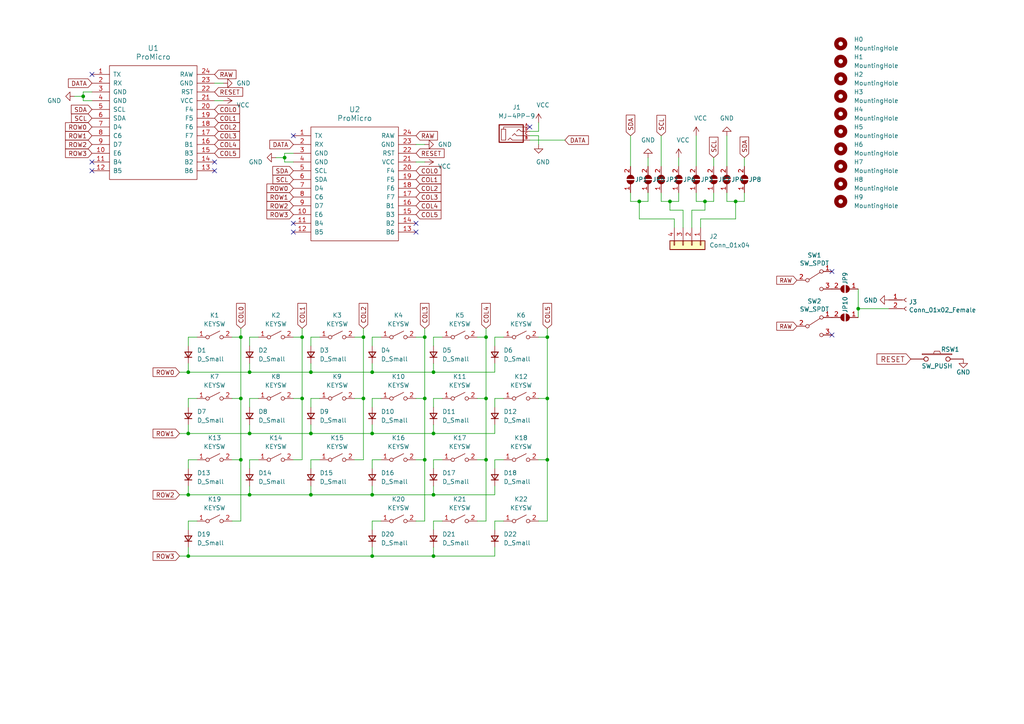
<source format=kicad_sch>
(kicad_sch (version 20211123) (generator eeschema)
  (paper "A4")
  (title_block (title "Nijuni") (date "2021-09-25") (rev "0.2"))
  (lib_symbols
    (symbol "Connector:Conn_01x02_Female" (pin_names (offset 1.016) hide)
      (property "Reference" "J" (at 0 2.54 0))
      (property "Value" "Conn_01x02_Female" (at 0 -5.08 0))
      (symbol "Conn_01x02_Female_1_1"
        (arc (start 0 -2.032) (mid -0.508 -2.54) (end 0 -3.048) (stroke (width 0.1524)))
        (polyline (pts (xy -1.27 -2.54) (xy -0.508 -2.54)) (stroke (width 0.1524)))
        (polyline (pts (xy -1.27 0) (xy -0.508 0)) (stroke (width 0.1524)))
        (arc (start 0 0.508) (mid -0.508 0) (end 0 -0.508) (stroke (width 0.1524)))
        (pin passive line (at -5.08 0 0) (length 3.81) (name "Pin_1") (number "1"))
        (pin passive line (at -5.08 -2.54 0) (length 3.81) (name "Pin_2") (number "2"))
      )
    )
    (symbol "Connector_Generic:Conn_01x04" (pin_names (offset 1.016) hide)
      (property "Reference" "J" (at 0 5.08 0))
      (property "Value" "Conn_01x04" (at 0 -7.62 0))
      (symbol "Conn_01x04_1_1"
        (rectangle (start -1.27 -4.953) (end 0 -5.207) (stroke (width 0.1524)))
        (rectangle (start -1.27 -2.413) (end 0 -2.667) (stroke (width 0.1524)))
        (rectangle (start -1.27 0.127) (end 0 -0.127) (stroke (width 0.1524)))
        (rectangle (start -1.27 2.667) (end 0 2.413) (stroke (width 0.1524)))
        (rectangle (start -1.27 3.81) (end 1.27 -6.35) (stroke (width 0.254)) (fill (type background)))
        (pin passive line (at -5.08 2.54 0) (length 3.81) (name "Pin_1") (number "1"))
        (pin passive line (at -5.08 0 0) (length 3.81) (name "Pin_2") (number "2"))
        (pin passive line (at -5.08 -2.54 0) (length 3.81) (name "Pin_3") (number "3"))
        (pin passive line (at -5.08 -5.08 0) (length 3.81) (name "Pin_4") (number "4"))
      )
    )
    (symbol "Device:D_Small" (pin_numbers hide) (pin_names (offset 0.254) hide)
      (property "Reference" "D" (at -1.27 2.032 0))
      (property "Value" "D_Small" (at -3.81 -2.032 0))
      (symbol "D_Small_0_1"
        (polyline (pts (xy -0.762 -1.016) (xy -0.762 1.016)) (stroke (width 0.254)))
        (polyline (pts (xy -0.762 0) (xy 0.762 0)))
        (polyline (pts (xy 0.762 -1.016) (xy -0.762 0) (xy 0.762 1.016) (xy 0.762 -1.016)) (stroke (width 0.254)))
      )
      (symbol "D_Small_1_1"
        (pin passive line (at -2.54 0 0) (length 1.778) (name "K") (number "1"))
        (pin passive line (at 2.54 0 180) (length 1.778) (name "A") (number "2"))
      )
    )
    (symbol "Jumper:SolderJumper_2_Open" (pin_names (offset 0) hide)
      (property "Reference" "JP" (at 0 2.032 0))
      (property "Value" "SolderJumper_2_Open" (at 0 -2.54 0))
      (symbol "SolderJumper_2_Open_0_1"
        (arc (start -0.254 1.016) (mid -1.27 0) (end -0.254 -1.016))
        (arc (start -0.254 1.016) (mid -1.27 0) (end -0.254 -1.016) (fill (type outline)))
        (polyline (pts (xy -0.254 1.016) (xy -0.254 -1.016)))
        (polyline (pts (xy 0.254 1.016) (xy 0.254 -1.016)))
        (arc (start 0.254 -1.016) (mid 1.27 0) (end 0.254 1.016))
        (arc (start 0.254 -1.016) (mid 1.27 0) (end 0.254 1.016) (fill (type outline)))
      )
      (symbol "SolderJumper_2_Open_1_1"
        (pin passive line (at -3.81 0 0) (length 2.54) (name "A") (number "1"))
        (pin passive line (at 3.81 0 180) (length 2.54) (name "B") (number "2"))
      )
    )
    (symbol "Keyboard_Components:KEYSW" (pin_names (offset 0) hide)
      (property "Reference" "K" (at 0 2.54 0))
      (property "Value" "KEYSW" (at 0 -2.54 0))
      (symbol "KEYSW_0_0"
        (circle (center -2.032 0) (radius 0.508))
        (polyline (pts (xy -1.524 0.254) (xy 1.524 1.778)))
        (circle (center 2.032 0) (radius 0.508))
      )
      (symbol "KEYSW_1_1"
        (pin passive line (at -5.08 0 0) (length 2.54) (name "A") (number "1"))
        (pin passive line (at 5.08 0 180) (length 2.54) (name "B") (number "2"))
      )
    )
    (symbol "Keyboard_Components:MJ-4PP-9" (pin_names (offset 1.016))
      (property "Reference" "J" (at 0 3.81 0))
      (property "Value" "MJ-4PP-9" (at 0 -3.81 0))
      (symbol "MJ-4PP-9_0_1"
        (rectangle (start -1.905 -1.905) (end -3.175 1.27))
        (polyline (pts (xy -2.54 1.27) (xy -2.54 1.905) (xy 3.175 1.905)))
        (polyline (pts (xy -1.27 -1.905) (xy -0.635 -1.27) (xy 0 -1.905) (xy 3.175 -1.905)))
        (polyline (pts (xy 0 -0.635) (xy 0.635 0) (xy 1.27 -0.635) (xy 3.175 -0.635)))
        (polyline (pts (xy 1.27 0.635) (xy 1.905 1.27) (xy 2.54 0.635) (xy 3.175 0.635)))
        (rectangle (start 3.175 2.54) (end -3.81 -2.54) (stroke (width 0.3048)))
      )
      (symbol "MJ-4PP-9_1_1"
        (pin input line (at 5.08 1.905 180) (length 2.0066) (name "~") (number "A"))
        (pin input line (at 5.08 -1.905 180) (length 2.0066) (name "~") (number "B"))
        (pin input line (at 5.08 -0.635 180) (length 2.0066) (name "~") (number "C"))
        (pin input line (at 5.08 0.635 180) (length 2.0066) (name "~") (number "D"))
      )
    )
    (symbol "Mechanical:MountingHole" (pin_names (offset 1.016))
      (property "Reference" "H" (at 0 5.08 0))
      (property "Value" "MountingHole" (at 0 3.175 0))
      (symbol "MountingHole_0_1"
        (circle (center 0 0) (radius 1.27) (stroke (width 1.27)))
      )
    )
    (symbol "Switch:SW_SPDT" (pin_names (offset 0) hide)
      (property "Reference" "SW" (at 0 4.318 0))
      (property "Value" "SW_SPDT" (at 0 -5.08 0))
      (symbol "SW_SPDT_0_0"
        (circle (center -2.032 0) (radius 0.508))
        (circle (center 2.032 -2.54) (radius 0.508))
      )
      (symbol "SW_SPDT_0_1"
        (polyline (pts (xy -1.524 0.254) (xy 1.651 2.286)))
        (circle (center 2.032 2.54) (radius 0.508))
      )
      (symbol "SW_SPDT_1_1"
        (pin passive line (at 5.08 2.54 180) (length 2.54) (name "A") (number "1"))
        (pin passive line (at -5.08 0 0) (length 2.54) (name "B") (number "2"))
        (pin passive line (at 5.08 -2.54 180) (length 2.54) (name "C") (number "3"))
      )
    )
    (symbol "corne-cherry-rescue:SW_PUSH-kbd-corne-cherry-rescue" (pin_numbers hide) (pin_names (offset 1.016) hide)
      (property "Reference" "SW" (at 3.81 2.794 0))
      (property "Value" "corne-cherry-rescue_SW_PUSH-kbd-corne-cherry-rescue" (at 0 -2.032 0))
      (symbol "SW_PUSH-kbd-corne-cherry-rescue_0_1"
        (rectangle (start -4.318 1.27) (end 4.318 1.524))
        (polyline (pts (xy -1.016 1.524) (xy -0.762 2.286) (xy 0.762 2.286) (xy 1.016 1.524)))
        (pin passive inverted (at -7.62 0 0) (length 5.08) (name "1") (number "1"))
        (pin passive inverted (at 7.62 0 180) (length 5.08) (name "2") (number "2"))
      )
    )
    (symbol "power:GND" (power) (pin_names (offset 0))
      (property "Value" "GND" (at 0 -3.81 0))
      (symbol "GND_0_1"
        (polyline (pts (xy 0 0) (xy 0 -1.27) (xy 1.27 -1.27) (xy 0 -2.54) (xy -1.27 -1.27) (xy 0 -1.27)))
      )
      (symbol "GND_1_1"
        (pin power_in line (at 0 0 270) (length 0) hide (name "GND") (number "1"))
      )
    )
    (symbol "power:VCC" (power) (pin_names (offset 0))
      (property "Value" "VCC" (at 0 3.81 0))
      (symbol "VCC_0_1"
        (polyline (pts (xy -0.762 1.27) (xy 0 2.54)))
        (polyline (pts (xy 0 0) (xy 0 2.54)))
        (polyline (pts (xy 0 2.54) (xy 0.762 1.27)))
      )
      (symbol "VCC_1_1"
        (pin power_in line (at 0 0 90) (length 0) hide (name "VCC") (number "1"))
      )
    )
    (symbol "promicro:ProMicro" (pin_names (offset 1.016))
      (property "Reference" "U" (at 0 24.13 0))
      (property "Value" "ProMicro" (at 0 -13.97 0))
      (symbol "ProMicro_0_1"
        (rectangle (start -12.7 21.59) (end 12.7 -11.43))
      )
      (symbol "ProMicro_1_1"
        (pin bidirectional line (at -17.78 19.05 0) (length 5.08) (name "TX") (number "1"))
        (pin bidirectional line (at -17.78 -3.81 0) (length 5.08) (name "E6") (number "10"))
        (pin bidirectional line (at -17.78 -6.35 0) (length 5.08) (name "B4") (number "11"))
        (pin bidirectional line (at -17.78 -8.89 0) (length 5.08) (name "B5") (number "12"))
        (pin bidirectional line (at 17.78 -8.89 180) (length 5.08) (name "B6") (number "13"))
        (pin bidirectional line (at 17.78 -6.35 180) (length 5.08) (name "B2") (number "14"))
        (pin bidirectional line (at 17.78 -3.81 180) (length 5.08) (name "B3") (number "15"))
        (pin bidirectional line (at 17.78 -1.27 180) (length 5.08) (name "B1") (number "16"))
        (pin bidirectional line (at 17.78 1.27 180) (length 5.08) (name "F7") (number "17"))
        (pin bidirectional line (at 17.78 3.81 180) (length 5.08) (name "F6") (number "18"))
        (pin bidirectional line (at 17.78 6.35 180) (length 5.08) (name "F5") (number "19"))
        (pin bidirectional line (at -17.78 16.51 0) (length 5.08) (name "RX") (number "2"))
        (pin bidirectional line (at 17.78 8.89 180) (length 5.08) (name "F4") (number "20"))
        (pin power_in line (at 17.78 11.43 180) (length 5.08) (name "VCC") (number "21"))
        (pin input line (at 17.78 13.97 180) (length 5.08) (name "RST") (number "22"))
        (pin power_in line (at 17.78 16.51 180) (length 5.08) (name "GND") (number "23"))
        (pin power_out line (at 17.78 19.05 180) (length 5.08) (name "RAW") (number "24"))
        (pin power_in line (at -17.78 13.97 0) (length 5.08) (name "GND") (number "3"))
        (pin power_in line (at -17.78 11.43 0) (length 5.08) (name "GND") (number "4"))
        (pin bidirectional line (at -17.78 8.89 0) (length 5.08) (name "SCL") (number "5"))
        (pin bidirectional line (at -17.78 6.35 0) (length 5.08) (name "SDA") (number "6"))
        (pin bidirectional line (at -17.78 3.81 0) (length 5.08) (name "D4") (number "7"))
        (pin bidirectional line (at -17.78 1.27 0) (length 5.08) (name "C6") (number "8"))
        (pin bidirectional line (at -17.78 -1.27 0) (length 5.08) (name "D7") (number "9"))
      )
    )
  )
  (junction (at 82.55 45.72) (diameter 0.9144))
  (junction (at 72.39 107.95) (diameter 0.9144))
  (junction (at 24.13 27.94) (diameter 0.9144))
  (junction (at 69.85 115.57) (diameter 0.9144))
  (junction (at 158.75 97.79) (diameter 0.9144))
  (junction (at 54.61 107.95) (diameter 0.9144))
  (junction (at 69.85 97.79) (diameter 0.9144))
  (junction (at 123.19 133.35) (diameter 0.9144))
  (junction (at 125.73 143.51) (diameter 0.9144))
  (junction (at 87.63 115.57) (diameter 0.9144))
  (junction (at 105.41 115.57) (diameter 0.9144))
  (junction (at 204.47 58.42) (diameter 0.9144))
  (junction (at 125.73 161.29) (diameter 0.9144))
  (junction (at 72.39 125.73) (diameter 0.9144))
  (junction (at 125.73 107.95) (diameter 0.9144))
  (junction (at 90.17 125.73) (diameter 0.9144))
  (junction (at 194.31 58.42) (diameter 0.9144))
  (junction (at 107.95 143.51) (diameter 0.9144))
  (junction (at 107.95 125.73) (diameter 0.9144))
  (junction (at 123.19 115.57) (diameter 0.9144))
  (junction (at 107.95 161.29) (diameter 0.9144))
  (junction (at 158.75 115.57) (diameter 0.9144))
  (junction (at 248.92 89.535))
  (junction (at 123.19 97.79) (diameter 0.9144))
  (junction (at 140.97 133.35) (diameter 0.9144))
  (junction (at 54.61 161.29) (diameter 0.9144))
  (junction (at 90.17 107.95) (diameter 0.9144))
  (junction (at 140.97 115.57) (diameter 0.9144))
  (junction (at 105.41 97.79) (diameter 0.9144))
  (junction (at 87.63 97.79) (diameter 0.9144))
  (junction (at 90.17 143.51) (diameter 0.9144))
  (junction (at 213.36 58.42) (diameter 0.9144))
  (junction (at 140.97 97.79) (diameter 0.9144))
  (junction (at 185.42 58.42) (diameter 0.9144))
  (junction (at 125.73 125.73) (diameter 0.9144))
  (junction (at 54.61 143.51) (diameter 0.9144))
  (junction (at 54.61 125.73) (diameter 0.9144))
  (junction (at 158.75 133.35) (diameter 0.9144))
  (junction (at 72.39 143.51) (diameter 0.9144))
  (junction (at 107.95 107.95) (diameter 0.9144))
  (junction (at 69.85 133.35) (diameter 0.9144))
  (no_connect (at 85.09 39.37))
  (no_connect (at 85.09 64.77))
  (no_connect (at 85.09 67.31))
  (no_connect (at 120.65 64.77))
  (no_connect (at 120.65 67.31))
  (no_connect (at 241.3 78.74))
  (no_connect (at 153.67 36.83))
  (no_connect (at 241.3 97.155))
  (no_connect (at 26.67 46.99))
  (no_connect (at 26.67 49.53))
  (no_connect (at 62.23 46.99))
  (no_connect (at 62.23 49.53))
  (no_connect (at 26.67 21.59))
  (wire (pts (xy 143.51 133.35) (xy 143.51 135.89)))
  (wire (pts (xy 72.39 143.51) (xy 90.17 143.51)))
  (wire (pts (xy 158.75 115.57) (xy 158.75 133.35)))
  (wire (pts (xy 187.96 55.88) (xy 187.96 58.42)))
  (wire (pts (xy 125.73 133.35) (xy 125.73 135.89)))
  (wire (pts (xy 143.51 123.19) (xy 143.51 125.73)))
  (wire (pts (xy 74.93 97.79) (xy 72.39 97.79)))
  (wire (pts (xy 24.13 27.94) (xy 24.13 29.21)))
  (wire (pts (xy 26.67 26.67) (xy 24.13 26.67)))
  (wire (pts (xy 54.61 107.95) (xy 72.39 107.95)))
  (wire (pts (xy 102.87 115.57) (xy 105.41 115.57)))
  (wire (pts (xy 196.85 55.88) (xy 196.85 58.42)))
  (wire (pts (xy 82.55 45.72) (xy 82.55 46.99)))
  (wire (pts (xy 128.27 133.35) (xy 125.73 133.35)))
  (wire (pts (xy 210.82 39.37) (xy 210.82 48.26)))
  (wire (pts (xy 143.51 105.41) (xy 143.51 107.95)))
  (wire (pts (xy 72.39 105.41) (xy 72.39 107.95)))
  (wire (pts (xy 143.51 143.51) (xy 143.51 140.97)))
  (wire (pts (xy 87.63 97.79) (xy 87.63 115.57)))
  (wire (pts (xy 110.49 151.13) (xy 107.95 151.13)))
  (wire (pts (xy 158.75 133.35) (xy 158.75 151.13)))
  (wire (pts (xy 54.61 143.51) (xy 72.39 143.51)))
  (wire (pts (xy 125.73 123.19) (xy 125.73 125.73)))
  (wire (pts (xy 54.61 123.19) (xy 54.61 125.73)))
  (wire (pts (xy 54.61 125.73) (xy 72.39 125.73)))
  (wire (pts (xy 185.42 58.42) (xy 187.96 58.42)))
  (wire (pts (xy 201.93 58.42) (xy 204.47 58.42)))
  (wire (pts (xy 125.73 140.97) (xy 125.73 143.51)))
  (wire (pts (xy 125.73 105.41) (xy 125.73 107.95)))
  (wire (pts (xy 87.63 95.25) (xy 87.63 97.79)))
  (wire (pts (xy 52.07 107.95) (xy 54.61 107.95)))
  (wire (pts (xy 123.19 95.25) (xy 123.19 97.79)))
  (wire (pts (xy 143.51 115.57) (xy 143.51 118.11)))
  (wire (pts (xy 102.87 133.35) (xy 105.41 133.35)))
  (wire (pts (xy 158.75 97.79) (xy 158.75 115.57)))
  (wire (pts (xy 140.97 97.79) (xy 140.97 115.57)))
  (wire (pts (xy 24.13 29.21) (xy 26.67 29.21)))
  (wire (pts (xy 120.65 115.57) (xy 123.19 115.57)))
  (wire (pts (xy 90.17 105.41) (xy 90.17 107.95)))
  (wire (pts (xy 182.88 55.88) (xy 182.88 58.42)))
  (wire (pts (xy 128.27 115.57) (xy 125.73 115.57)))
  (wire (pts (xy 153.67 40.64) (xy 163.83 40.64)))
  (wire (pts (xy 138.43 97.79) (xy 140.97 97.79)))
  (wire (pts (xy 107.95 105.41) (xy 107.95 107.95)))
  (wire (pts (xy 158.75 95.25) (xy 158.75 97.79)))
  (wire (pts (xy 191.77 55.88) (xy 191.77 58.42)))
  (wire (pts (xy 107.95 123.19) (xy 107.95 125.73)))
  (wire (pts (xy 153.67 38.1) (xy 156.21 38.1)))
  (wire (pts (xy 194.31 58.42) (xy 194.31 60.96)))
  (wire (pts (xy 123.19 133.35) (xy 123.19 151.13)))
  (wire (pts (xy 110.49 133.35) (xy 107.95 133.35)))
  (wire (pts (xy 140.97 133.35) (xy 140.97 151.13)))
  (wire (pts (xy 72.39 115.57) (xy 72.39 118.11)))
  (wire (pts (xy 156.21 151.13) (xy 158.75 151.13)))
  (wire (pts (xy 85.09 133.35) (xy 87.63 133.35)))
  (wire (pts (xy 120.65 133.35) (xy 123.19 133.35)))
  (wire (pts (xy 107.95 158.75) (xy 107.95 161.29)))
  (wire (pts (xy 72.39 123.19) (xy 72.39 125.73)))
  (wire (pts (xy 54.61 115.57) (xy 54.61 118.11)))
  (wire (pts (xy 67.31 151.13) (xy 69.85 151.13)))
  (wire (pts (xy 191.77 58.42) (xy 194.31 58.42)))
  (wire (pts (xy 92.71 133.35) (xy 90.17 133.35)))
  (wire (pts (xy 107.95 161.29) (xy 125.73 161.29)))
  (wire (pts (xy 182.88 39.37) (xy 182.88 48.26)))
  (wire (pts (xy 194.31 60.96) (xy 198.12 60.96)))
  (wire (pts (xy 54.61 151.13) (xy 54.61 153.67)))
  (wire (pts (xy 62.23 29.21) (xy 64.77 29.21)))
  (wire (pts (xy 54.61 105.41) (xy 54.61 107.95)))
  (wire (pts (xy 82.55 44.45) (xy 82.55 45.72)))
  (wire (pts (xy 143.51 158.75) (xy 143.51 161.29)))
  (wire (pts (xy 102.87 97.79) (xy 105.41 97.79)))
  (wire (pts (xy 257.81 89.535) (xy 248.92 89.535)))
  (wire (pts (xy 210.82 55.88) (xy 210.82 58.42)))
  (wire (pts (xy 120.65 151.13) (xy 123.19 151.13)))
  (wire (pts (xy 54.61 140.97) (xy 54.61 143.51)))
  (wire (pts (xy 185.42 63.5) (xy 195.58 63.5)))
  (wire (pts (xy 213.36 58.42) (xy 215.9 58.42)))
  (wire (pts (xy 120.65 97.79) (xy 123.19 97.79)))
  (wire (pts (xy 203.2 63.5) (xy 213.36 63.5)))
  (wire (pts (xy 69.85 97.79) (xy 69.85 115.57)))
  (wire (pts (xy 107.95 125.73) (xy 125.73 125.73)))
  (wire (pts (xy 57.15 151.13) (xy 54.61 151.13)))
  (wire (pts (xy 146.05 115.57) (xy 143.51 115.57)))
  (wire (pts (xy 107.95 107.95) (xy 125.73 107.95)))
  (wire (pts (xy 67.31 133.35) (xy 69.85 133.35)))
  (wire (pts (xy 52.07 125.73) (xy 54.61 125.73)))
  (wire (pts (xy 156.21 39.37) (xy 156.21 41.91)))
  (wire (pts (xy 107.95 115.57) (xy 107.95 118.11)))
  (wire (pts (xy 203.2 66.04) (xy 203.2 63.5)))
  (wire (pts (xy 153.67 39.37) (xy 156.21 39.37)))
  (wire (pts (xy 182.88 58.42) (xy 185.42 58.42)))
  (wire (pts (xy 110.49 115.57) (xy 107.95 115.57)))
  (wire (pts (xy 138.43 133.35) (xy 140.97 133.35)))
  (wire (pts (xy 213.36 63.5) (xy 213.36 58.42)))
  (wire (pts (xy 67.31 97.79) (xy 69.85 97.79)))
  (wire (pts (xy 125.73 125.73) (xy 143.51 125.73)))
  (wire (pts (xy 138.43 151.13) (xy 140.97 151.13)))
  (wire (pts (xy 105.41 95.25) (xy 105.41 97.79)))
  (wire (pts (xy 125.73 115.57) (xy 125.73 118.11)))
  (wire (pts (xy 85.09 115.57) (xy 87.63 115.57)))
  (wire (pts (xy 90.17 133.35) (xy 90.17 135.89)))
  (wire (pts (xy 156.21 97.79) (xy 158.75 97.79)))
  (wire (pts (xy 21.59 27.94) (xy 24.13 27.94)))
  (wire (pts (xy 146.05 151.13) (xy 143.51 151.13)))
  (wire (pts (xy 125.73 158.75) (xy 125.73 161.29)))
  (wire (pts (xy 52.07 161.29) (xy 54.61 161.29)))
  (wire (pts (xy 248.92 89.535) (xy 248.92 92.075)))
  (wire (pts (xy 54.61 161.29) (xy 107.95 161.29)))
  (wire (pts (xy 125.73 161.29) (xy 143.51 161.29)))
  (wire (pts (xy 215.9 55.88) (xy 215.9 58.42)))
  (wire (pts (xy 120.65 46.99) (xy 123.19 46.99)))
  (wire (pts (xy 90.17 140.97) (xy 90.17 143.51)))
  (wire (pts (xy 72.39 97.79) (xy 72.39 100.33)))
  (wire (pts (xy 110.49 97.79) (xy 107.95 97.79)))
  (wire (pts (xy 57.15 133.35) (xy 54.61 133.35)))
  (wire (pts (xy 90.17 115.57) (xy 90.17 118.11)))
  (wire (pts (xy 62.23 24.13) (xy 64.77 24.13)))
  (wire (pts (xy 125.73 143.51) (xy 143.51 143.51)))
  (wire (pts (xy 90.17 107.95) (xy 107.95 107.95)))
  (wire (pts (xy 143.51 97.79) (xy 143.51 100.33)))
  (wire (pts (xy 72.39 107.95) (xy 90.17 107.95)))
  (wire (pts (xy 207.01 55.88) (xy 207.01 58.42)))
  (wire (pts (xy 156.21 133.35) (xy 158.75 133.35)))
  (wire (pts (xy 72.39 133.35) (xy 72.39 135.89)))
  (wire (pts (xy 140.97 115.57) (xy 140.97 133.35)))
  (wire (pts (xy 67.31 115.57) (xy 69.85 115.57)))
  (wire (pts (xy 85.09 44.45) (xy 82.55 44.45)))
  (wire (pts (xy 191.77 39.37) (xy 191.77 48.26)))
  (wire (pts (xy 194.31 58.42) (xy 196.85 58.42)))
  (wire (pts (xy 187.96 45.72) (xy 187.96 48.26)))
  (wire (pts (xy 85.09 97.79) (xy 87.63 97.79)))
  (wire (pts (xy 128.27 151.13) (xy 125.73 151.13)))
  (wire (pts (xy 54.61 158.75) (xy 54.61 161.29)))
  (wire (pts (xy 107.95 140.97) (xy 107.95 143.51)))
  (wire (pts (xy 54.61 97.79) (xy 54.61 100.33)))
  (wire (pts (xy 156.21 115.57) (xy 158.75 115.57)))
  (wire (pts (xy 80.01 45.72) (xy 82.55 45.72)))
  (wire (pts (xy 204.47 58.42) (xy 207.01 58.42)))
  (wire (pts (xy 200.66 66.04) (xy 200.66 60.96)))
  (wire (pts (xy 123.19 97.79) (xy 123.19 115.57)))
  (wire (pts (xy 92.71 115.57) (xy 90.17 115.57)))
  (wire (pts (xy 52.07 143.51) (xy 54.61 143.51)))
  (wire (pts (xy 146.05 133.35) (xy 143.51 133.35)))
  (wire (pts (xy 207.01 45.72) (xy 207.01 48.26)))
  (wire (pts (xy 120.65 41.91) (xy 123.19 41.91)))
  (wire (pts (xy 140.97 95.25) (xy 140.97 97.79)))
  (wire (pts (xy 90.17 125.73) (xy 107.95 125.73)))
  (wire (pts (xy 210.82 58.42) (xy 213.36 58.42)))
  (wire (pts (xy 125.73 151.13) (xy 125.73 153.67)))
  (wire (pts (xy 123.19 115.57) (xy 123.19 133.35)))
  (wire (pts (xy 72.39 125.73) (xy 90.17 125.73)))
  (wire (pts (xy 195.58 66.04) (xy 195.58 63.5)))
  (wire (pts (xy 57.15 115.57) (xy 54.61 115.57)))
  (wire (pts (xy 200.66 60.96) (xy 204.47 60.96)))
  (wire (pts (xy 156.21 35.56) (xy 156.21 38.1)))
  (wire (pts (xy 72.39 140.97) (xy 72.39 143.51)))
  (wire (pts (xy 107.95 151.13) (xy 107.95 153.67)))
  (wire (pts (xy 82.55 46.99) (xy 85.09 46.99)))
  (wire (pts (xy 57.15 97.79) (xy 54.61 97.79)))
  (wire (pts (xy 185.42 58.42) (xy 185.42 63.5)))
  (wire (pts (xy 198.12 66.04) (xy 198.12 60.96)))
  (wire (pts (xy 138.43 115.57) (xy 140.97 115.57)))
  (wire (pts (xy 69.85 95.25) (xy 69.85 97.79)))
  (wire (pts (xy 24.13 26.67) (xy 24.13 27.94)))
  (wire (pts (xy 196.85 45.72) (xy 196.85 48.26)))
  (wire (pts (xy 201.93 39.37) (xy 201.93 48.26)))
  (wire (pts (xy 74.93 115.57) (xy 72.39 115.57)))
  (wire (pts (xy 125.73 97.79) (xy 125.73 100.33)))
  (wire (pts (xy 146.05 97.79) (xy 143.51 97.79)))
  (wire (pts (xy 107.95 97.79) (xy 107.95 100.33)))
  (wire (pts (xy 92.71 97.79) (xy 90.17 97.79)))
  (wire (pts (xy 201.93 55.88) (xy 201.93 58.42)))
  (wire (pts (xy 248.92 83.82) (xy 248.92 89.535)))
  (wire (pts (xy 90.17 97.79) (xy 90.17 100.33)))
  (wire (pts (xy 107.95 133.35) (xy 107.95 135.89)))
  (wire (pts (xy 105.41 115.57) (xy 105.41 133.35)))
  (wire (pts (xy 87.63 115.57) (xy 87.63 133.35)))
  (wire (pts (xy 215.9 45.72) (xy 215.9 48.26)))
  (wire (pts (xy 107.95 143.51) (xy 125.73 143.51)))
  (wire (pts (xy 69.85 115.57) (xy 69.85 133.35)))
  (wire (pts (xy 54.61 133.35) (xy 54.61 135.89)))
  (wire (pts (xy 69.85 133.35) (xy 69.85 151.13)))
  (wire (pts (xy 204.47 60.96) (xy 204.47 58.42)))
  (wire (pts (xy 143.51 151.13) (xy 143.51 153.67)))
  (wire (pts (xy 128.27 97.79) (xy 125.73 97.79)))
  (wire (pts (xy 90.17 143.51) (xy 107.95 143.51)))
  (wire (pts (xy 105.41 97.79) (xy 105.41 115.57)))
  (wire (pts (xy 74.93 133.35) (xy 72.39 133.35)))
  (wire (pts (xy 90.17 123.19) (xy 90.17 125.73)))
  (wire (pts (xy 125.73 107.95) (xy 143.51 107.95)))
  (global_label "SCL" (shape input) (at 191.77 39.37 90) (property "Intersheet References" "${INTERSHEET_REFS}" (effects hide)))
  (global_label "SCL" (shape input) (at 26.67 34.29 180) (property "Intersheet References" "${INTERSHEET_REFS}" (effects hide)))
  (global_label "COL5" (shape input) (at 120.65 62.23 0) (property "Intersheet References" "${INTERSHEET_REFS}" (effects hide)))
  (global_label "ROW2" (shape input) (at 52.07 143.51 180) (property "Intersheet References" "${INTERSHEET_REFS}" (effects hide)))
  (global_label "ROW3" (shape input) (at 26.67 44.45 180) (property "Intersheet References" "${INTERSHEET_REFS}" (effects hide)))
  (global_label "COL1" (shape input) (at 87.63 95.25 90) (property "Intersheet References" "${INTERSHEET_REFS}" (effects hide)))
  (global_label "ROW1" (shape input) (at 52.07 125.73 180) (property "Intersheet References" "${INTERSHEET_REFS}" (effects hide)))
  (global_label "SDA" (shape input) (at 182.88 39.37 90) (property "Intersheet References" "${INTERSHEET_REFS}" (effects hide)))
  (global_label "ROW3" (shape input) (at 85.09 62.23 180) (property "Intersheet References" "${INTERSHEET_REFS}" (effects hide)))
  (global_label "DATA" (shape input) (at 85.09 41.91 180) (property "Intersheet References" "${INTERSHEET_REFS}" (effects hide)))
  (global_label "RESET" (shape input) (at 264.16 104.14 180) (effects (font (size 1.524 1.524))) (property "Intersheet References" "${INTERSHEET_REFS}" (effects hide)))
  (global_label "RAW" (shape input) (at 231.14 94.615 180) (effects (font (size 1.1938 1.1938))) (property "Intersheet References" "${INTERSHEET_REFS}" (effects hide)))
  (global_label "RESET" (shape input) (at 62.23 26.67 0) (property "Intersheet References" "${INTERSHEET_REFS}" (effects hide)))
  (global_label "COL5" (shape input) (at 158.75 95.25 90) (property "Intersheet References" "${INTERSHEET_REFS}" (effects hide)))
  (global_label "COL1" (shape input) (at 62.23 34.29 0) (property "Intersheet References" "${INTERSHEET_REFS}" (effects hide)))
  (global_label "COL5" (shape input) (at 62.23 44.45 0) (property "Intersheet References" "${INTERSHEET_REFS}" (effects hide)))
  (global_label "SDA" (shape input) (at 215.9 45.72 90) (property "Intersheet References" "${INTERSHEET_REFS}" (effects hide)))
  (global_label "ROW3" (shape input) (at 52.07 161.29 180) (property "Intersheet References" "${INTERSHEET_REFS}" (effects hide)))
  (global_label "ROW1" (shape input) (at 85.09 57.15 180) (property "Intersheet References" "${INTERSHEET_REFS}" (effects hide)))
  (global_label "DATA" (shape input) (at 163.83 40.64 0) (property "Intersheet References" "${INTERSHEET_REFS}" (effects hide)))
  (global_label "RESET" (shape input) (at 120.65 44.45 0) (property "Intersheet References" "${INTERSHEET_REFS}" (effects hide)))
  (global_label "ROW2" (shape input) (at 85.09 59.69 180) (property "Intersheet References" "${INTERSHEET_REFS}" (effects hide)))
  (global_label "ROW1" (shape input) (at 26.67 39.37 180) (property "Intersheet References" "${INTERSHEET_REFS}" (effects hide)))
  (global_label "ROW0" (shape input) (at 85.09 54.61 180) (property "Intersheet References" "${INTERSHEET_REFS}" (effects hide)))
  (global_label "COL2" (shape input) (at 105.41 95.25 90) (property "Intersheet References" "${INTERSHEET_REFS}" (effects hide)))
  (global_label "ROW0" (shape input) (at 52.07 107.95 180) (property "Intersheet References" "${INTERSHEET_REFS}" (effects hide)))
  (global_label "DATA" (shape input) (at 26.67 24.13 180) (property "Intersheet References" "${INTERSHEET_REFS}" (effects hide)))
  (global_label "SDA" (shape input) (at 26.67 31.75 180) (property "Intersheet References" "${INTERSHEET_REFS}" (effects hide)))
  (global_label "COL3" (shape input) (at 123.19 95.25 90) (property "Intersheet References" "${INTERSHEET_REFS}" (effects hide)))
  (global_label "SCL" (shape input) (at 85.09 52.07 180) (property "Intersheet References" "${INTERSHEET_REFS}" (effects hide)))
  (global_label "COL3" (shape input) (at 120.65 57.15 0) (property "Intersheet References" "${INTERSHEET_REFS}" (effects hide)))
  (global_label "RAW" (shape input) (at 120.65 39.37 0) (property "Intersheet References" "${INTERSHEET_REFS}" (effects hide)))
  (global_label "ROW2" (shape input) (at 26.67 41.91 180) (property "Intersheet References" "${INTERSHEET_REFS}" (effects hide)))
  (global_label "SCL" (shape input) (at 207.01 45.72 90) (property "Intersheet References" "${INTERSHEET_REFS}" (effects hide)))
  (global_label "RAW" (shape input) (at 62.23 21.59 0) (property "Intersheet References" "${INTERSHEET_REFS}" (effects hide)))
  (global_label "RAW" (shape input) (at 231.14 81.28 180) (effects (font (size 1.1938 1.1938))) (property "Intersheet References" "${INTERSHEET_REFS}" (effects hide)))
  (global_label "COL4" (shape input) (at 140.97 95.25 90) (property "Intersheet References" "${INTERSHEET_REFS}" (effects hide)))
  (global_label "COL2" (shape input) (at 120.65 54.61 0) (property "Intersheet References" "${INTERSHEET_REFS}" (effects hide)))
  (global_label "COL3" (shape input) (at 62.23 39.37 0) (property "Intersheet References" "${INTERSHEET_REFS}" (effects hide)))
  (global_label "COL2" (shape input) (at 62.23 36.83 0) (property "Intersheet References" "${INTERSHEET_REFS}" (effects hide)))
  (global_label "COL1" (shape input) (at 120.65 52.07 0) (property "Intersheet References" "${INTERSHEET_REFS}" (effects hide)))
  (global_label "COL0" (shape input) (at 120.65 49.53 0) (property "Intersheet References" "${INTERSHEET_REFS}" (effects hide)))
  (global_label "SDA" (shape input) (at 85.09 49.53 180) (property "Intersheet References" "${INTERSHEET_REFS}" (effects hide)))
  (global_label "COL0" (shape input) (at 62.23 31.75 0) (property "Intersheet References" "${INTERSHEET_REFS}" (effects hide)))
  (global_label "COL4" (shape input) (at 120.65 59.69 0) (property "Intersheet References" "${INTERSHEET_REFS}" (effects hide)))
  (global_label "ROW0" (shape input) (at 26.67 36.83 180) (property "Intersheet References" "${INTERSHEET_REFS}" (effects hide)))
  (global_label "COL0" (shape input) (at 69.85 95.25 90) (property "Intersheet References" "${INTERSHEET_REFS}" (effects hide)))
  (global_label "COL4" (shape input) (at 62.23 41.91 0) (property "Intersheet References" "${INTERSHEET_REFS}" (effects hide)))
  (symbol (lib_id "Switch:SW_SPDT") (at 236.22 94.615 0) (unit 1)
    (property "Reference" "SW2" (at 236.22 87.376 0))
    (property "Value" "SW_SPDT" (at 236.22 89.6874 0))
    (property "Footprint" "Buttons_Switches:SW_SPDT+H-MSK12C01_hor(7pin_SMD)" (effects hide))
  )
  (symbol (lib_id "power:VCC") (at 196.85 45.72 0) (unit 1)
    (property "Reference" "#PWR0105" (effects hide))
    (property "Value" "VCC" (at 198.12 40.64 0))
  )
  (symbol (lib_id "Jumper:SolderJumper_2_Open") (at 182.88 52.07 90) (unit 1)
    (property "Reference" "JP1" (at 184.15 52.07 90) (effects (justify right)))
    (property "Value" "SolderJumper_2_Open" (effects hide))
    (property "Footprint" "kbd:SolderJumper-2_P1.3mm_Open_RoundedPad1.0x1.5mm" (effects hide))
  )
  (symbol (lib_id "Keyboard_Components:KEYSW") (at 62.23 151.13 0) (unit 1)
    (property "Reference" "K19" (at 62.23 144.78 0))
    (property "Value" "KEYSW" (at 62.23 147.32 0))
    (property "Footprint" "kbd:MX-Alps-HS-1U-REV" (effects hide))
  )
  (symbol (lib_id "Keyboard_Components:KEYSW") (at 115.57 97.79 0) (unit 1)
    (property "Reference" "K4" (at 115.57 91.44 0))
    (property "Value" "KEYSW" (at 115.57 93.98 0))
    (property "Footprint" "kbd:MX-Alps-HS-1U-REV" (effects hide))
  )
  (symbol (lib_id "Device:D_Small") (at 72.39 120.65 90) (unit 1)
    (property "Reference" "D8" (at 74.93 119.38 90) (effects (justify right)))
    (property "Value" "D_Small" (at 74.93 121.92 90) (effects (justify right)))
    (property "Footprint" "kbd:D3_SMD" (effects hide))
  )
  (symbol (lib_id "power:VCC") (at 64.77 29.21 270) (unit 1)
    (property "Reference" "#PWR0107" (effects hide))
    (property "Value" "VCC" (at 68.58 30.48 90) (effects (justify left)))
  )
  (symbol (lib_id "Mechanical:MountingHole") (at 243.84 12.7 0) (unit 1)
    (property "Reference" "H0" (at 247.65 11.43 0) (effects (justify left)))
    (property "Value" "MountingHole" (at 247.65 13.97 0) (effects (justify left)))
    (property "Footprint" "kbd:M2-MountingHole-Standoff" (effects hide))
  )
  (symbol (lib_id "promicro:ProMicro") (at 44.45 40.64 0) (unit 1)
    (property "Reference" "U1" (at 44.45 13.97 0) (effects (font (size 1.524 1.524))))
    (property "Value" "ProMicro" (at 44.45 16.51 0) (effects (font (size 1.524 1.524))))
    (property "Footprint" "kbd:ProMicro_Flipped_v2_A" (effects hide))
  )
  (symbol (lib_id "Keyboard_Components:KEYSW") (at 80.01 115.57 0) (unit 1)
    (property "Reference" "K8" (at 80.01 109.22 0))
    (property "Value" "KEYSW" (at 80.01 111.76 0))
    (property "Footprint" "kbd:MX-Alps-HS-1U-REV" (effects hide))
  )
  (symbol (lib_id "Mechanical:MountingHole") (at 243.84 43.18 0) (unit 1)
    (property "Reference" "H6" (at 247.65 41.91 0) (effects (justify left)))
    (property "Value" "MountingHole" (at 247.65 44.45 0) (effects (justify left)))
    (property "Footprint" "kbd:M2-MountingHole-Standoff" (effects hide))
  )
  (symbol (lib_id "Device:D_Small") (at 125.73 120.65 90) (unit 1)
    (property "Reference" "D11" (at 128.27 119.38 90) (effects (justify right)))
    (property "Value" "D_Small" (at 128.27 121.92 90) (effects (justify right)))
    (property "Footprint" "kbd:D3_SMD" (effects hide))
  )
  (symbol (lib_id "power:GND") (at 187.96 45.72 180) (unit 1)
    (property "Reference" "#PWR0108" (effects hide))
    (property "Value" "GND" (at 187.96 40.64 0))
  )
  (symbol (lib_id "Connector_Generic:Conn_01x04") (at 200.66 71.12 270) (unit 1)
    (property "Reference" "J2" (at 205.74 68.58 90) (effects (justify left)))
    (property "Value" "Conn_01x04" (at 205.74 71.12 90) (effects (justify left)))
    (property "Footprint" "kbd:OLED_v2" (effects hide))
  )
  (symbol (lib_id "power:GND") (at 21.59 27.94 270) (unit 1)
    (property "Reference" "#PWR0102" (effects hide))
    (property "Value" "GND" (at 17.78 29.21 90) (effects (justify right)))
  )
  (symbol (lib_id "Keyboard_Components:KEYSW") (at 151.13 115.57 0) (unit 1)
    (property "Reference" "K12" (at 151.13 109.22 0))
    (property "Value" "KEYSW" (at 151.13 111.76 0))
    (property "Footprint" "kbd:MX-Alps-HS-1U-REV" (effects hide))
  )
  (symbol (lib_id "power:GND") (at 257.81 86.995 270) (unit 1)
    (property "Reference" "#PWR01" (effects hide))
    (property "Value" "GND" (at 254.5588 87.122 90) (effects (justify right)))
  )
  (symbol (lib_id "Mechanical:MountingHole") (at 243.84 27.94 0) (unit 1)
    (property "Reference" "H3" (at 247.65 26.67 0) (effects (justify left)))
    (property "Value" "MountingHole" (at 247.65 29.21 0) (effects (justify left)))
    (property "Footprint" "kbd:M2-MountingHole-Standoff" (effects hide))
  )
  (symbol (lib_id "Jumper:SolderJumper_2_Open") (at 210.82 52.07 90) (unit 1)
    (property "Reference" "JP4" (at 212.09 52.07 90) (effects (justify right)))
    (property "Value" "SolderJumper_2_Open" (effects hide))
    (property "Footprint" "kbd:SolderJumper-2_P1.3mm_Open_RoundedPad1.0x1.5mm" (effects hide))
  )
  (symbol (lib_id "Mechanical:MountingHole") (at 243.84 17.78 0) (unit 1)
    (property "Reference" "H1" (at 247.65 16.51 0) (effects (justify left)))
    (property "Value" "MountingHole" (at 247.65 19.05 0) (effects (justify left)))
    (property "Footprint" "kbd:M2-MountingHole-Standoff" (effects hide))
  )
  (symbol (lib_id "Device:D_Small") (at 72.39 102.87 90) (unit 1)
    (property "Reference" "D2" (at 74.93 101.6 90) (effects (justify right)))
    (property "Value" "D_Small" (at 74.93 104.14 90) (effects (justify right)))
    (property "Footprint" "kbd:D3_SMD" (effects hide))
  )
  (symbol (lib_id "Jumper:SolderJumper_2_Open") (at 245.11 83.82 180) (unit 1)
    (property "Reference" "JP9" (at 245.11 82.55 90) (effects (justify right)))
    (property "Value" "SolderJumper_2_Open" (effects hide))
    (property "Footprint" "kbd:SolderJumper-2_P1.3mm_Open_RoundedPad1.0x1.5mm" (effects hide))
  )
  (symbol (lib_id "Jumper:SolderJumper_2_Open") (at 201.93 52.07 90) (unit 1)
    (property "Reference" "JP3" (at 203.2 52.07 90) (effects (justify right)))
    (property "Value" "SolderJumper_2_Open" (effects hide))
    (property "Footprint" "kbd:SolderJumper-2_P1.3mm_Open_RoundedPad1.0x1.5mm" (effects hide))
  )
  (symbol (lib_id "power:VCC") (at 123.19 46.99 270) (unit 1)
    (property "Reference" "#PWR0116" (effects hide))
    (property "Value" "VCC" (at 127 48.26 90) (effects (justify left)))
  )
  (symbol (lib_id "Device:D_Small") (at 90.17 138.43 90) (unit 1)
    (property "Reference" "D15" (at 92.71 137.16 90) (effects (justify right)))
    (property "Value" "D_Small" (at 92.71 139.7 90) (effects (justify right)))
    (property "Footprint" "kbd:D3_SMD" (effects hide))
  )
  (symbol (lib_id "promicro:ProMicro") (at 102.87 58.42 0) (unit 1)
    (property "Reference" "U2" (at 102.87 31.75 0) (effects (font (size 1.524 1.524))))
    (property "Value" "ProMicro" (at 102.87 34.29 0) (effects (font (size 1.524 1.524))))
    (property "Footprint" "kbd:ProMicro_Flipped_v2_B" (effects hide))
  )
  (symbol (lib_id "Device:D_Small") (at 143.51 120.65 90) (unit 1)
    (property "Reference" "D12" (at 146.05 119.38 90) (effects (justify right)))
    (property "Value" "D_Small" (at 146.05 121.92 90) (effects (justify right)))
    (property "Footprint" "kbd:D3_SMD" (effects hide))
  )
  (symbol (lib_id "Jumper:SolderJumper_2_Open") (at 187.96 52.07 90) (unit 1)
    (property "Reference" "JP5" (at 189.23 52.07 90) (effects (justify right)))
    (property "Value" "SolderJumper_2_Open" (effects hide))
    (property "Footprint" "kbd:SolderJumper-2_P1.3mm_Open_RoundedPad1.0x1.5mm" (effects hide))
  )
  (symbol (lib_id "Jumper:SolderJumper_2_Open") (at 191.77 52.07 90) (unit 1)
    (property "Reference" "JP2" (at 193.04 52.07 90) (effects (justify right)))
    (property "Value" "SolderJumper_2_Open" (effects hide))
    (property "Footprint" "kbd:SolderJumper-2_P1.3mm_Open_RoundedPad1.0x1.5mm" (effects hide))
  )
  (symbol (lib_id "Keyboard_Components:KEYSW") (at 115.57 151.13 0) (unit 1)
    (property "Reference" "K20" (at 115.57 144.78 0))
    (property "Value" "KEYSW" (at 115.57 147.32 0))
    (property "Footprint" "kbd:MX-Alps-HS-1U-REV" (effects hide))
  )
  (symbol (lib_id "Mechanical:MountingHole") (at 243.84 22.86 0) (unit 1)
    (property "Reference" "H2" (at 247.65 21.59 0) (effects (justify left)))
    (property "Value" "MountingHole" (at 247.65 24.13 0) (effects (justify left)))
    (property "Footprint" "kbd:M2-MountingHole-Standoff" (effects hide))
  )
  (symbol (lib_id "Mechanical:MountingHole") (at 243.84 48.26 0) (unit 1)
    (property "Reference" "H7" (at 247.65 46.99 0) (effects (justify left)))
    (property "Value" "MountingHole" (at 247.65 49.53 0) (effects (justify left)))
    (property "Footprint" "kbd:M2-MountingHole-Standoff" (effects hide))
  )
  (symbol (lib_id "Jumper:SolderJumper_2_Open") (at 207.01 52.07 90) (unit 1)
    (property "Reference" "JP7" (at 208.28 52.07 90) (effects (justify right)))
    (property "Value" "SolderJumper_2_Open" (effects hide))
    (property "Footprint" "kbd:SolderJumper-2_P1.3mm_Open_RoundedPad1.0x1.5mm" (effects hide))
  )
  (symbol (lib_id "Device:D_Small") (at 125.73 138.43 90) (unit 1)
    (property "Reference" "D17" (at 128.27 137.16 90) (effects (justify right)))
    (property "Value" "D_Small" (at 128.27 139.7 90) (effects (justify right)))
    (property "Footprint" "kbd:D3_SMD" (effects hide))
  )
  (symbol (lib_id "Mechanical:MountingHole") (at 243.84 53.34 0) (unit 1)
    (property "Reference" "H8" (at 247.65 52.07 0) (effects (justify left)))
    (property "Value" "MountingHole" (at 247.65 54.61 0) (effects (justify left)))
    (property "Footprint" "kbd:M2-ClearanceHole" (effects hide))
  )
  (symbol (lib_id "Mechanical:MountingHole") (at 243.84 58.42 0) (unit 1)
    (property "Reference" "H9" (at 247.65 57.15 0) (effects (justify left)))
    (property "Value" "MountingHole" (at 247.65 59.69 0) (effects (justify left)))
    (property "Footprint" "kbd:M2-ClearanceHole" (effects hide))
  )
  (symbol (lib_id "Device:D_Small") (at 125.73 156.21 90) (unit 1)
    (property "Reference" "D21" (at 128.27 154.94 90) (effects (justify right)))
    (property "Value" "D_Small" (at 128.27 157.48 90) (effects (justify right)))
    (property "Footprint" "kbd:D3_SMD" (effects hide))
  )
  (symbol (lib_id "Device:D_Small") (at 54.61 156.21 90) (unit 1)
    (property "Reference" "D19" (at 57.15 154.94 90) (effects (justify right)))
    (property "Value" "D_Small" (at 57.15 157.48 90) (effects (justify right)))
    (property "Footprint" "kbd:D3_SMD" (effects hide))
  )
  (symbol (lib_id "Keyboard_Components:KEYSW") (at 133.35 151.13 0) (unit 1)
    (property "Reference" "K21" (at 133.35 144.78 0))
    (property "Value" "KEYSW" (at 133.35 147.32 0))
    (property "Footprint" "kbd:MX-Alps-HS-1U-REV" (effects hide))
  )
  (symbol (lib_id "Mechanical:MountingHole") (at 243.84 38.1 0) (unit 1)
    (property "Reference" "H5" (at 247.65 36.83 0) (effects (justify left)))
    (property "Value" "MountingHole" (at 247.65 39.37 0) (effects (justify left)))
    (property "Footprint" "kbd:M2-MountingHole-Standoff" (effects hide))
  )
  (symbol (lib_id "Device:D_Small") (at 125.73 102.87 90) (unit 1)
    (property "Reference" "D5" (at 128.27 101.6 90) (effects (justify right)))
    (property "Value" "D_Small" (at 128.27 104.14 90) (effects (justify right)))
    (property "Footprint" "kbd:D3_SMD" (effects hide))
  )
  (symbol (lib_id "power:VCC") (at 201.93 39.37 0) (unit 1)
    (property "Reference" "#PWR0109" (effects hide))
    (property "Value" "VCC" (at 203.2 34.29 0))
  )
  (symbol (lib_id "Keyboard_Components:KEYSW") (at 62.23 115.57 0) (unit 1)
    (property "Reference" "K7" (at 62.23 109.22 0))
    (property "Value" "KEYSW" (at 62.23 111.76 0))
    (property "Footprint" "kbd:MX-Alps-HS-1U-REV" (effects hide))
  )
  (symbol (lib_id "Keyboard_Components:KEYSW") (at 133.35 133.35 0) (unit 1)
    (property "Reference" "K17" (at 133.35 127 0))
    (property "Value" "KEYSW" (at 133.35 129.54 0))
    (property "Footprint" "kbd:MX-Alps-HS-1U-REV" (effects hide))
  )
  (symbol (lib_id "Device:D_Small") (at 90.17 120.65 90) (unit 1)
    (property "Reference" "D9" (at 92.71 119.38 90) (effects (justify right)))
    (property "Value" "D_Small" (at 92.71 121.92 90) (effects (justify right)))
    (property "Footprint" "kbd:D3_SMD" (effects hide))
  )
  (symbol (lib_id "power:GND") (at 156.21 41.91 0) (unit 1)
    (property "Reference" "#PWR0104" (effects hide))
    (property "Value" "GND" (at 157.48 46.99 0))
  )
  (symbol (lib_id "power:GND") (at 123.19 41.91 90) (unit 1)
    (property "Reference" "#PWR0115" (effects hide))
    (property "Value" "GND" (at 127 41.91 90) (effects (justify right)))
  )
  (symbol (lib_id "Keyboard_Components:KEYSW") (at 133.35 115.57 0) (unit 1)
    (property "Reference" "K11" (at 133.35 109.22 0))
    (property "Value" "KEYSW" (at 133.35 111.76 0))
    (property "Footprint" "kbd:MX-Alps-HS-1U-REV" (effects hide))
  )
  (symbol (lib_id "Keyboard_Components:KEYSW") (at 97.79 133.35 0) (unit 1)
    (property "Reference" "K15" (at 97.79 127 0))
    (property "Value" "KEYSW" (at 97.79 129.54 0))
    (property "Footprint" "kbd:MX-Alps-HS-1U-REV" (effects hide))
  )
  (symbol (lib_id "corne-cherry-rescue:SW_PUSH-kbd-corne-cherry-rescue") (at 271.78 104.14 0) (unit 1)
    (property "Reference" "RSW1" (at 275.59 101.346 0))
    (property "Value" "SW_PUSH" (at 271.78 106.172 0))
    (property "Footprint" "kbd:ResetSW" (effects hide))
  )
  (symbol (lib_id "Device:D_Small") (at 90.17 102.87 90) (unit 1)
    (property "Reference" "D3" (at 92.71 101.6 90) (effects (justify right)))
    (property "Value" "D_Small" (at 92.71 104.14 90) (effects (justify right)))
    (property "Footprint" "kbd:D3_SMD" (effects hide))
  )
  (symbol (lib_id "Keyboard_Components:KEYSW") (at 97.79 97.79 0) (unit 1)
    (property "Reference" "K3" (at 97.79 91.44 0))
    (property "Value" "KEYSW" (at 97.79 93.98 0))
    (property "Footprint" "kbd:MX-Alps-HS-1U-REV" (effects hide))
  )
  (symbol (lib_id "Keyboard_Components:KEYSW") (at 62.23 133.35 0) (unit 1)
    (property "Reference" "K13" (at 62.23 127 0))
    (property "Value" "KEYSW" (at 62.23 129.54 0))
    (property "Footprint" "kbd:MX-Alps-HS-1U-REV" (effects hide))
  )
  (symbol (lib_id "power:GND") (at 279.4 104.14 0) (unit 1)
    (property "Reference" "#PWR02" (effects hide))
    (property "Value" "GND" (at 279.4 107.95 0))
  )
  (symbol (lib_id "Jumper:SolderJumper_2_Open") (at 215.9 52.07 90) (unit 1)
    (property "Reference" "JP8" (at 217.17 52.07 90) (effects (justify right)))
    (property "Value" "SolderJumper_2_Open" (effects hide))
    (property "Footprint" "kbd:SolderJumper-2_P1.3mm_Open_RoundedPad1.0x1.5mm" (effects hide))
  )
  (symbol (lib_id "power:GND") (at 80.01 45.72 270) (unit 1)
    (property "Reference" "#PWR0117" (effects hide))
    (property "Value" "GND" (at 76.2 46.99 90) (effects (justify right)))
  )
  (symbol (lib_id "Connector:Conn_01x02_Female") (at 262.89 86.995 0) (unit 1)
    (property "Reference" "J3" (at 263.6012 87.6046 0) (effects (justify left)))
    (property "Value" "Conn_01x02_Female" (at 263.6012 89.916 0) (effects (justify left)))
    (property "Footprint" "kbd:Battery_TH" (effects hide))
  )
  (symbol (lib_id "Mechanical:MountingHole") (at 243.84 33.02 0) (unit 1)
    (property "Reference" "H4" (at 247.65 31.75 0) (effects (justify left)))
    (property "Value" "MountingHole" (at 247.65 34.29 0) (effects (justify left)))
    (property "Footprint" "kbd:M2-MountingHole-Standoff" (effects hide))
  )
  (symbol (lib_id "Keyboard_Components:KEYSW") (at 151.13 151.13 0) (unit 1)
    (property "Reference" "K22" (at 151.13 144.78 0))
    (property "Value" "KEYSW" (at 151.13 147.32 0))
    (property "Footprint" "kbd:MX-Alps-HS-1.5U-REV" (effects hide))
  )
  (symbol (lib_id "Device:D_Small") (at 54.61 120.65 90) (unit 1)
    (property "Reference" "D7" (at 57.15 119.38 90) (effects (justify right)))
    (property "Value" "D_Small" (at 57.15 121.92 90) (effects (justify right)))
    (property "Footprint" "kbd:D3_SMD" (effects hide))
  )
  (symbol (lib_id "Keyboard_Components:KEYSW") (at 62.23 97.79 0) (unit 1)
    (property "Reference" "K1" (at 62.23 91.44 0))
    (property "Value" "KEYSW" (at 62.23 93.98 0))
    (property "Footprint" "kbd:MX-Alps-HS-1U-REV" (effects hide))
  )
  (symbol (lib_id "Device:D_Small") (at 54.61 102.87 90) (unit 1)
    (property "Reference" "D1" (at 57.15 101.6 90) (effects (justify right)))
    (property "Value" "D_Small" (at 57.15 104.14 90) (effects (justify right)))
    (property "Footprint" "kbd:D3_SMD" (effects hide))
  )
  (symbol (lib_id "Keyboard_Components:KEYSW") (at 80.01 97.79 0) (unit 1)
    (property "Reference" "K2" (at 80.01 91.44 0))
    (property "Value" "KEYSW" (at 80.01 93.98 0))
    (property "Footprint" "kbd:MX-Alps-HS-1U-REV" (effects hide))
  )
  (symbol (lib_id "Switch:SW_SPDT") (at 236.22 81.28 0) (unit 1)
    (property "Reference" "SW1" (at 236.22 74.041 0))
    (property "Value" "SW_SPDT" (at 236.22 76.3524 0))
    (property "Footprint" "Buttons_Switches:SW_SPDT+H-MSK12C01_hor(7pin_SMD)" (effects hide))
  )
  (symbol (lib_id "Keyboard_Components:KEYSW") (at 133.35 97.79 0) (unit 1)
    (property "Reference" "K5" (at 133.35 91.44 0))
    (property "Value" "KEYSW" (at 133.35 93.98 0))
    (property "Footprint" "kbd:MX-Alps-HS-1U-REV" (effects hide))
  )
  (symbol (lib_id "Keyboard_Components:KEYSW") (at 115.57 133.35 0) (unit 1)
    (property "Reference" "K16" (at 115.57 127 0))
    (property "Value" "KEYSW" (at 115.57 129.54 0))
    (property "Footprint" "kbd:MX-Alps-HS-1U-REV" (effects hide))
  )
  (symbol (lib_id "Device:D_Small") (at 143.51 138.43 90) (unit 1)
    (property "Reference" "D18" (at 146.05 137.16 90) (effects (justify right)))
    (property "Value" "D_Small" (at 146.05 139.7 90) (effects (justify right)))
    (property "Footprint" "kbd:D3_SMD" (effects hide))
  )
  (symbol (lib_id "Keyboard_Components:KEYSW") (at 151.13 97.79 0) (unit 1)
    (property "Reference" "K6" (at 151.13 91.44 0))
    (property "Value" "KEYSW" (at 151.13 93.98 0))
    (property "Footprint" "kbd:MX-Alps-HS-1U-REV" (effects hide))
  )
  (symbol (lib_id "Device:D_Small") (at 143.51 156.21 90) (unit 1)
    (property "Reference" "D22" (at 146.05 154.94 90) (effects (justify right)))
    (property "Value" "D_Small" (at 146.05 157.48 90) (effects (justify right)))
    (property "Footprint" "kbd:D3_SMD" (effects hide))
  )
  (symbol (lib_id "Device:D_Small") (at 143.51 102.87 90) (unit 1)
    (property "Reference" "D6" (at 146.05 101.6 90) (effects (justify right)))
    (property "Value" "D_Small" (at 146.05 104.14 90) (effects (justify right)))
    (property "Footprint" "kbd:D3_SMD" (effects hide))
  )
  (symbol (lib_id "Device:D_Small") (at 107.95 102.87 90) (unit 1)
    (property "Reference" "D4" (at 110.49 101.6 90) (effects (justify right)))
    (property "Value" "D_Small" (at 110.49 104.14 90) (effects (justify right)))
    (property "Footprint" "kbd:D3_SMD" (effects hide))
  )
  (symbol (lib_id "power:GND") (at 64.77 24.13 90) (unit 1)
    (property "Reference" "#PWR0106" (effects hide))
    (property "Value" "GND" (at 68.58 24.13 90) (effects (justify right)))
  )
  (symbol (lib_id "Jumper:SolderJumper_2_Open") (at 196.85 52.07 90) (unit 1)
    (property "Reference" "JP6" (at 198.12 52.07 90) (effects (justify right)))
    (property "Value" "SolderJumper_2_Open" (effects hide))
    (property "Footprint" "kbd:SolderJumper-2_P1.3mm_Open_RoundedPad1.0x1.5mm" (effects hide))
  )
  (symbol (lib_id "Device:D_Small") (at 54.61 138.43 90) (unit 1)
    (property "Reference" "D13" (at 57.15 137.16 90) (effects (justify right)))
    (property "Value" "D_Small" (at 57.15 139.7 90) (effects (justify right)))
    (property "Footprint" "kbd:D3_SMD" (effects hide))
  )
  (symbol (lib_id "Keyboard_Components:KEYSW") (at 151.13 133.35 0) (unit 1)
    (property "Reference" "K18" (at 151.13 127 0))
    (property "Value" "KEYSW" (at 151.13 129.54 0))
    (property "Footprint" "kbd:MX-Alps-HS-1U-REV" (effects hide))
  )
  (symbol (lib_id "Device:D_Small") (at 72.39 138.43 90) (unit 1)
    (property "Reference" "D14" (at 74.93 137.16 90) (effects (justify right)))
    (property "Value" "D_Small" (at 74.93 139.7 90) (effects (justify right)))
    (property "Footprint" "kbd:D3_SMD" (effects hide))
  )
  (symbol (lib_id "Device:D_Small") (at 107.95 120.65 90) (unit 1)
    (property "Reference" "D10" (at 110.49 119.38 90) (effects (justify right)))
    (property "Value" "D_Small" (at 110.49 121.92 90) (effects (justify right)))
    (property "Footprint" "kbd:D3_SMD" (effects hide))
  )
  (symbol (lib_id "Device:D_Small") (at 107.95 138.43 90) (unit 1)
    (property "Reference" "D16" (at 110.49 137.16 90) (effects (justify right)))
    (property "Value" "D_Small" (at 110.49 139.7 90) (effects (justify right)))
    (property "Footprint" "kbd:D3_SMD" (effects hide))
  )
  (symbol (lib_id "power:GND") (at 210.82 39.37 180) (unit 1)
    (property "Reference" "#PWR0110" (effects hide))
    (property "Value" "GND" (at 210.82 34.29 0))
  )
  (symbol (lib_id "Keyboard_Components:KEYSW") (at 115.57 115.57 0) (unit 1)
    (property "Reference" "K10" (at 115.57 109.22 0))
    (property "Value" "KEYSW" (at 115.57 111.76 0))
    (property "Footprint" "kbd:MX-Alps-HS-1U-REV" (effects hide))
  )
  (symbol (lib_id "Jumper:SolderJumper_2_Open") (at 245.11 92.075 180) (unit 1)
    (property "Reference" "JP10" (at 245.11 90.805 90) (effects (justify right)))
    (property "Value" "SolderJumper_2_Open" (effects hide))
    (property "Footprint" "kbd:SolderJumper-2_P1.3mm_Open_RoundedPad1.0x1.5mm" (effects hide))
  )
  (symbol (lib_id "Device:D_Small") (at 107.95 156.21 90) (unit 1)
    (property "Reference" "D20" (at 110.49 154.94 90) (effects (justify right)))
    (property "Value" "D_Small" (at 110.49 157.48 90) (effects (justify right)))
    (property "Footprint" "kbd:D3_SMD" (effects hide))
  )
  (symbol (lib_id "Keyboard_Components:KEYSW") (at 80.01 133.35 0) (unit 1)
    (property "Reference" "K14" (at 80.01 127 0))
    (property "Value" "KEYSW" (at 80.01 129.54 0))
    (property "Footprint" "kbd:MX-Alps-HS-1U-REV" (effects hide))
  )
  (symbol (lib_id "Keyboard_Components:MJ-4PP-9") (at 148.59 38.735 0) (unit 1)
    (property "Reference" "J1" (at 149.86 31.115 0))
    (property "Value" "MJ-4PP-9" (at 149.86 33.655 0))
    (property "Footprint" "kbd:MJ-4PP-9" (effects hide))
  )
  (symbol (lib_id "Keyboard_Components:KEYSW") (at 97.79 115.57 0) (unit 1)
    (property "Reference" "K9" (at 97.79 109.22 0))
    (property "Value" "KEYSW" (at 97.79 111.76 0))
    (property "Footprint" "kbd:MX-Alps-HS-1U-REV" (effects hide))
  )
  (symbol (lib_id "power:VCC") (at 156.21 35.56 0) (unit 1)
    (property "Reference" "#PWR0101" (effects hide))
    (property "Value" "VCC" (at 157.48 30.48 0))
  )
)
</source>
